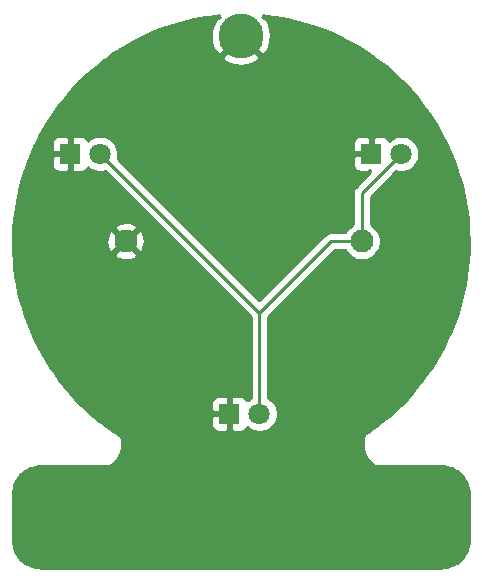
<source format=gbr>
%TF.GenerationSoftware,KiCad,Pcbnew,5.1.9*%
%TF.CreationDate,2021-04-20T19:45:11+02:00*%
%TF.ProjectId,ICanSolder,4943616e-536f-46c6-9465-722e6b696361,rev?*%
%TF.SameCoordinates,Original*%
%TF.FileFunction,Copper,L2,Bot*%
%TF.FilePolarity,Positive*%
%FSLAX46Y46*%
G04 Gerber Fmt 4.6, Leading zero omitted, Abs format (unit mm)*
G04 Created by KiCad (PCBNEW 5.1.9) date 2021-04-20 19:45:11*
%MOMM*%
%LPD*%
G01*
G04 APERTURE LIST*
%TA.AperFunction,ComponentPad*%
%ADD10C,3.800000*%
%TD*%
%TA.AperFunction,ComponentPad*%
%ADD11C,1.800000*%
%TD*%
%TA.AperFunction,ComponentPad*%
%ADD12R,1.800000X1.800000*%
%TD*%
%TA.AperFunction,ComponentPad*%
%ADD13C,1.948180*%
%TD*%
%TA.AperFunction,Conductor*%
%ADD14C,0.250000*%
%TD*%
%TA.AperFunction,Conductor*%
%ADD15C,0.254000*%
%TD*%
%TA.AperFunction,Conductor*%
%ADD16C,0.100000*%
%TD*%
G04 APERTURE END LIST*
D10*
%TO.P,H1,1*%
%TO.N,GND*%
X180962489Y-98000000D03*
%TD*%
D11*
%TO.P,D1,2*%
%TO.N,VCC*%
X169040000Y-108000000D03*
D12*
%TO.P,D1,1*%
%TO.N,GND*%
X166500000Y-108000000D03*
%TD*%
D11*
%TO.P,D3,2*%
%TO.N,VCC*%
X194540000Y-108000000D03*
D12*
%TO.P,D3,1*%
%TO.N,GND*%
X192000000Y-108000000D03*
%TD*%
D11*
%TO.P,D2,2*%
%TO.N,VCC*%
X182540000Y-130000000D03*
D12*
%TO.P,D2,1*%
%TO.N,GND*%
X180000000Y-130000000D03*
%TD*%
D13*
%TO.P,BT1,2*%
%TO.N,GND*%
X171200000Y-115400000D03*
%TO.P,BT1,1*%
%TO.N,VCC*%
X191197420Y-115400000D03*
%TD*%
D14*
%TO.N,VCC*%
X182540000Y-121500000D02*
X169040000Y-108000000D01*
X182540000Y-130000000D02*
X182540000Y-121500000D01*
X182540000Y-121500000D02*
X182540000Y-121460000D01*
X188600000Y-115400000D02*
X191197420Y-115400000D01*
X182540000Y-121460000D02*
X188600000Y-115400000D01*
X191197420Y-111342580D02*
X194540000Y-108000000D01*
X191197420Y-115400000D02*
X191197420Y-111342580D01*
%TD*%
D15*
%TO.N,GND*%
X182935944Y-96285054D02*
X183901653Y-96407837D01*
X184851881Y-96577510D01*
X185784727Y-96792532D01*
X186699616Y-97052435D01*
X187596323Y-97355809D01*
X188472331Y-97700992D01*
X189326644Y-98087702D01*
X190158597Y-98513390D01*
X190966324Y-98977877D01*
X191749165Y-99479902D01*
X192505489Y-100018071D01*
X193234810Y-100590541D01*
X193934835Y-101197315D01*
X194604798Y-101836349D01*
X195243713Y-102506216D01*
X195850092Y-103206427D01*
X196423142Y-103935777D01*
X196961280Y-104691880D01*
X197463065Y-105474831D01*
X197927866Y-106282829D01*
X198353909Y-107114432D01*
X198739910Y-107969127D01*
X199085349Y-108844933D01*
X199388780Y-109740877D01*
X199648497Y-110656139D01*
X199863606Y-111589723D01*
X200033256Y-112539351D01*
X200155918Y-113505132D01*
X200230802Y-114484983D01*
X200255915Y-115481003D01*
X200242924Y-116193933D01*
X200203585Y-116904385D01*
X200138164Y-117609661D01*
X200047952Y-118308454D01*
X199932476Y-119001030D01*
X199792464Y-119686676D01*
X199628193Y-120364303D01*
X199440194Y-121033310D01*
X199228080Y-121694162D01*
X198993550Y-122345912D01*
X198735582Y-122986746D01*
X198455367Y-123618000D01*
X198153692Y-124237699D01*
X197829750Y-124845474D01*
X197484666Y-125441575D01*
X197119144Y-126024210D01*
X196732170Y-126593938D01*
X196325780Y-127150105D01*
X195899826Y-127690718D01*
X195453682Y-128216585D01*
X194989090Y-128726665D01*
X194505425Y-129220806D01*
X194003704Y-129697991D01*
X193484398Y-130158036D01*
X192947128Y-130599502D01*
X192393181Y-131022884D01*
X191821651Y-131427069D01*
X191686893Y-131515332D01*
X191673023Y-131521655D01*
X191630575Y-131552220D01*
X191615073Y-131562373D01*
X191603259Y-131571888D01*
X191563523Y-131600500D01*
X191550825Y-131614120D01*
X191536318Y-131625804D01*
X191504897Y-131663382D01*
X191471509Y-131699193D01*
X191461713Y-131715027D01*
X191449763Y-131729318D01*
X191426280Y-131772298D01*
X191400516Y-131813941D01*
X191393995Y-131831387D01*
X191385066Y-131847730D01*
X191370422Y-131894457D01*
X191365112Y-131908664D01*
X191360357Y-131926574D01*
X191344714Y-131976488D01*
X191343081Y-131991641D01*
X191330552Y-132038828D01*
X191323677Y-132062146D01*
X191321929Y-132071308D01*
X191319533Y-132080331D01*
X191315626Y-132104335D01*
X191297728Y-132198129D01*
X191292176Y-132224395D01*
X191291432Y-132231126D01*
X191290161Y-132237785D01*
X191287736Y-132264547D01*
X191277069Y-132361010D01*
X191273740Y-132385082D01*
X191273373Y-132394433D01*
X191272345Y-132403728D01*
X191272054Y-132428016D01*
X191268291Y-132523874D01*
X191266676Y-132548026D01*
X191266972Y-132557456D01*
X191266602Y-132566888D01*
X191268028Y-132591059D01*
X191270215Y-132660675D01*
X191270049Y-132680714D01*
X191271271Y-132694277D01*
X191271699Y-132707890D01*
X191274289Y-132727764D01*
X191280198Y-132793333D01*
X191281387Y-132814965D01*
X191283215Y-132826812D01*
X191284291Y-132838752D01*
X191288342Y-132860040D01*
X191298040Y-132922894D01*
X191300126Y-132941737D01*
X191303165Y-132956109D01*
X191305407Y-132970637D01*
X191310124Y-132989012D01*
X191323201Y-133050850D01*
X191327014Y-133072493D01*
X191330154Y-133083726D01*
X191332570Y-133095152D01*
X191339208Y-133116119D01*
X191356164Y-133176784D01*
X191360714Y-133196034D01*
X191365206Y-133209134D01*
X191368941Y-133222499D01*
X191376119Y-133240965D01*
X191395993Y-133298933D01*
X191401956Y-133318738D01*
X191406904Y-133330754D01*
X191411114Y-133343034D01*
X191419699Y-133361828D01*
X191442700Y-133417690D01*
X191449350Y-133435956D01*
X191455502Y-133448779D01*
X191460915Y-133461926D01*
X191470040Y-133479084D01*
X191496243Y-133533705D01*
X191504844Y-133553392D01*
X191510767Y-133563980D01*
X191516028Y-133574946D01*
X191527199Y-133593352D01*
X191555956Y-133644756D01*
X191564013Y-133660843D01*
X191572380Y-133674115D01*
X191580031Y-133687791D01*
X191590300Y-133702539D01*
X191620948Y-133751152D01*
X191631149Y-133768811D01*
X191638868Y-133779577D01*
X191645939Y-133790793D01*
X191658467Y-133806912D01*
X191693205Y-133855363D01*
X191704324Y-133872231D01*
X191712791Y-133882681D01*
X191720630Y-133893614D01*
X191733955Y-133908801D01*
X191770795Y-133954267D01*
X191782383Y-133969849D01*
X191791959Y-133980386D01*
X191800928Y-133991456D01*
X191814576Y-134005276D01*
X191853358Y-134047953D01*
X191865769Y-134062810D01*
X191875968Y-134072833D01*
X191885584Y-134083415D01*
X191899943Y-134096395D01*
X191941028Y-134136772D01*
X191954318Y-134150963D01*
X191965008Y-134160339D01*
X191975148Y-134170304D01*
X191990284Y-134182507D01*
X192033387Y-134220311D01*
X192047344Y-134233627D01*
X192058664Y-134242480D01*
X192069468Y-134251956D01*
X192085148Y-134263193D01*
X192135499Y-134302573D01*
X192181438Y-134340274D01*
X192218380Y-134360020D01*
X192253727Y-134382455D01*
X192277730Y-134391743D01*
X192300439Y-134403881D01*
X192340520Y-134416039D01*
X192379568Y-134431149D01*
X192404924Y-134435576D01*
X192429562Y-134443050D01*
X192471243Y-134447155D01*
X192512490Y-134454357D01*
X192571852Y-134452962D01*
X197917547Y-134452962D01*
X198173228Y-134465724D01*
X198404072Y-134500893D01*
X198626113Y-134557629D01*
X198838291Y-134634933D01*
X199040524Y-134732176D01*
X199230862Y-134847396D01*
X199408662Y-134980543D01*
X199572983Y-135129740D01*
X199722374Y-135294255D01*
X199855158Y-135471639D01*
X199970433Y-135662270D01*
X200067880Y-135864927D01*
X200145290Y-136076836D01*
X200201759Y-136298633D01*
X200237004Y-136529779D01*
X200249988Y-136785709D01*
X200249987Y-140695367D01*
X200237004Y-140951056D01*
X200201746Y-141182487D01*
X200145290Y-141404234D01*
X200067880Y-141616143D01*
X199970506Y-141818648D01*
X199855157Y-142009198D01*
X199722372Y-142186788D01*
X199572979Y-142351100D01*
X199408664Y-142500497D01*
X199231078Y-142633279D01*
X199040524Y-142748630D01*
X198838026Y-142846000D01*
X198626109Y-142923412D01*
X198404356Y-142979869D01*
X198172933Y-143015126D01*
X197917250Y-143028108D01*
X164007775Y-143028108D01*
X163752073Y-143015126D01*
X163520683Y-142979871D01*
X163298968Y-142923418D01*
X163087047Y-142845998D01*
X162884392Y-142748571D01*
X162693866Y-142633311D01*
X162516470Y-142500534D01*
X162351978Y-142351089D01*
X162202712Y-142186806D01*
X162069704Y-142009025D01*
X161954391Y-141818671D01*
X161857187Y-141616307D01*
X161779718Y-141404179D01*
X161723200Y-141182428D01*
X161687993Y-140951204D01*
X161675097Y-140695490D01*
X161675097Y-136785565D01*
X161687994Y-136529631D01*
X161723187Y-136298692D01*
X161779718Y-136076891D01*
X161857187Y-135864763D01*
X161954462Y-135662251D01*
X162069702Y-135471813D01*
X162202714Y-135294233D01*
X162351967Y-135129758D01*
X162516469Y-134980508D01*
X162694079Y-134847366D01*
X162884392Y-134732235D01*
X163086789Y-134634933D01*
X163298965Y-134557622D01*
X163520971Y-134500891D01*
X163751784Y-134465724D01*
X164007495Y-134452962D01*
X169610195Y-134452962D01*
X169669732Y-134454328D01*
X169710786Y-134447136D01*
X169752273Y-134443050D01*
X169777095Y-134435520D01*
X169802642Y-134431045D01*
X169841504Y-134415982D01*
X169881396Y-134403881D01*
X169904274Y-134391653D01*
X169928455Y-134382280D01*
X169963630Y-134359926D01*
X170000397Y-134340274D01*
X170046469Y-134302463D01*
X170096381Y-134263381D01*
X170111525Y-134252561D01*
X170122859Y-134242649D01*
X170134704Y-134233374D01*
X170148159Y-134220523D01*
X170191339Y-134182759D01*
X170206901Y-134170207D01*
X170216638Y-134160633D01*
X170226923Y-134151639D01*
X170240615Y-134137060D01*
X170282245Y-134096131D01*
X170296773Y-134082974D01*
X170306218Y-134072561D01*
X170316244Y-134062704D01*
X170328805Y-134047660D01*
X170367679Y-134004804D01*
X170381322Y-133990962D01*
X170390265Y-133979904D01*
X170399823Y-133969366D01*
X170411410Y-133953755D01*
X170447903Y-133908628D01*
X170460960Y-133893756D01*
X170469050Y-133882479D01*
X170477769Y-133871697D01*
X170488639Y-133855173D01*
X170522803Y-133807548D01*
X170534976Y-133791952D01*
X170542396Y-133780236D01*
X170550483Y-133768963D01*
X170560388Y-133751828D01*
X170591667Y-133702440D01*
X170602781Y-133686396D01*
X170609664Y-133674023D01*
X170617231Y-133662075D01*
X170625998Y-133644660D01*
X170654624Y-133593202D01*
X170665047Y-133576102D01*
X170670962Y-133563832D01*
X170677590Y-133551918D01*
X170685567Y-133533538D01*
X170711702Y-133479326D01*
X170721300Y-133461231D01*
X170726305Y-133449038D01*
X170732027Y-133437168D01*
X170739071Y-133417935D01*
X170762273Y-133361404D01*
X170770739Y-133342856D01*
X170775044Y-133330289D01*
X170780082Y-133318014D01*
X170785932Y-133298503D01*
X170805739Y-133240682D01*
X170812940Y-133222124D01*
X170816638Y-133208865D01*
X170821096Y-133195850D01*
X170825668Y-133176486D01*
X170842344Y-133116690D01*
X170848729Y-133096680D01*
X170851378Y-133084294D01*
X170854777Y-133072107D01*
X170858407Y-133051435D01*
X170871719Y-132989196D01*
X170876745Y-132969474D01*
X170878753Y-132956311D01*
X170881536Y-132943298D01*
X170883820Y-132923085D01*
X170893481Y-132859746D01*
X170897383Y-132839337D01*
X170898550Y-132826512D01*
X170900491Y-132813785D01*
X170901596Y-132793033D01*
X170907551Y-132727579D01*
X170910214Y-132706916D01*
X170910599Y-132694075D01*
X170911761Y-132681305D01*
X170911606Y-132660497D01*
X170913787Y-132587807D01*
X170915133Y-132561356D01*
X170914794Y-132554204D01*
X170915009Y-132547049D01*
X170913205Y-132520639D01*
X170907907Y-132408727D01*
X170907042Y-132380725D01*
X170906317Y-132375140D01*
X170906051Y-132369519D01*
X170901994Y-132341829D01*
X170887835Y-132232738D01*
X170881345Y-132172890D01*
X170869048Y-132133744D01*
X170859802Y-132093760D01*
X170848876Y-132069527D01*
X170840907Y-132044159D01*
X170821205Y-132008157D01*
X170804340Y-131970752D01*
X170788894Y-131949113D01*
X170776131Y-131925791D01*
X170749789Y-131894330D01*
X170725946Y-131860928D01*
X170706574Y-131842718D01*
X170689507Y-131822334D01*
X170657524Y-131796609D01*
X170627632Y-131768509D01*
X170576564Y-131736622D01*
X170103110Y-131426969D01*
X169531940Y-131022914D01*
X169371121Y-130900000D01*
X178461928Y-130900000D01*
X178474188Y-131024482D01*
X178510498Y-131144180D01*
X178569463Y-131254494D01*
X178648815Y-131351185D01*
X178745506Y-131430537D01*
X178855820Y-131489502D01*
X178975518Y-131525812D01*
X179100000Y-131538072D01*
X179714250Y-131535000D01*
X179873000Y-131376250D01*
X179873000Y-130127000D01*
X178623750Y-130127000D01*
X178465000Y-130285750D01*
X178461928Y-130900000D01*
X169371121Y-130900000D01*
X168977948Y-130599498D01*
X168440506Y-130157996D01*
X167921221Y-129698015D01*
X167419557Y-129220862D01*
X167301283Y-129100000D01*
X178461928Y-129100000D01*
X178465000Y-129714250D01*
X178623750Y-129873000D01*
X179873000Y-129873000D01*
X179873000Y-128623750D01*
X179714250Y-128465000D01*
X179100000Y-128461928D01*
X178975518Y-128474188D01*
X178855820Y-128510498D01*
X178745506Y-128569463D01*
X178648815Y-128648815D01*
X178569463Y-128745506D01*
X178510498Y-128855820D01*
X178474188Y-128975518D01*
X178461928Y-129100000D01*
X167301283Y-129100000D01*
X166935961Y-128726688D01*
X166471370Y-128216695D01*
X166025596Y-127690722D01*
X165599052Y-127149976D01*
X165192845Y-126593990D01*
X164805905Y-126024202D01*
X164440230Y-125441566D01*
X164095300Y-124845553D01*
X163771419Y-124237706D01*
X163469540Y-123617955D01*
X163189456Y-122986828D01*
X162931548Y-122345956D01*
X162697007Y-121694171D01*
X162484854Y-121033282D01*
X162296798Y-120364351D01*
X162132604Y-119686622D01*
X161992395Y-119001006D01*
X161877132Y-118308479D01*
X161786784Y-117609619D01*
X161721392Y-116904387D01*
X161699896Y-116516935D01*
X170262670Y-116516935D01*
X170355305Y-116778688D01*
X170640505Y-116916989D01*
X170947205Y-116996992D01*
X171263620Y-117015624D01*
X171577590Y-116972169D01*
X171877050Y-116868297D01*
X172044695Y-116778688D01*
X172137330Y-116516935D01*
X171200000Y-115579605D01*
X170262670Y-116516935D01*
X161699896Y-116516935D01*
X161681976Y-116193946D01*
X161669062Y-115481024D01*
X161669500Y-115463620D01*
X169584376Y-115463620D01*
X169627831Y-115777590D01*
X169731703Y-116077050D01*
X169821312Y-116244695D01*
X170083065Y-116337330D01*
X171020395Y-115400000D01*
X171379605Y-115400000D01*
X172316935Y-116337330D01*
X172578688Y-116244695D01*
X172716989Y-115959495D01*
X172796992Y-115652795D01*
X172815624Y-115336380D01*
X172772169Y-115022410D01*
X172668297Y-114722950D01*
X172578688Y-114555305D01*
X172316935Y-114462670D01*
X171379605Y-115400000D01*
X171020395Y-115400000D01*
X170083065Y-114462670D01*
X169821312Y-114555305D01*
X169683011Y-114840505D01*
X169603008Y-115147205D01*
X169584376Y-115463620D01*
X161669500Y-115463620D01*
X161694074Y-114487436D01*
X161709617Y-114283065D01*
X170262670Y-114283065D01*
X171200000Y-115220395D01*
X172137330Y-114283065D01*
X172044695Y-114021312D01*
X171759495Y-113883011D01*
X171452795Y-113803008D01*
X171136380Y-113784376D01*
X170822410Y-113827831D01*
X170522950Y-113931703D01*
X170355305Y-114021312D01*
X170262670Y-114283065D01*
X161709617Y-114283065D01*
X161768443Y-113509606D01*
X161890754Y-112545785D01*
X162059401Y-111597682D01*
X162273920Y-110666328D01*
X162532848Y-109752802D01*
X162820614Y-108900000D01*
X164961928Y-108900000D01*
X164974188Y-109024482D01*
X165010498Y-109144180D01*
X165069463Y-109254494D01*
X165148815Y-109351185D01*
X165245506Y-109430537D01*
X165355820Y-109489502D01*
X165475518Y-109525812D01*
X165600000Y-109538072D01*
X166214250Y-109535000D01*
X166373000Y-109376250D01*
X166373000Y-108127000D01*
X165123750Y-108127000D01*
X164965000Y-108285750D01*
X164961928Y-108900000D01*
X162820614Y-108900000D01*
X162834690Y-108858287D01*
X163178928Y-107983694D01*
X163563626Y-107130485D01*
X163579207Y-107100000D01*
X164961928Y-107100000D01*
X164965000Y-107714250D01*
X165123750Y-107873000D01*
X166373000Y-107873000D01*
X166373000Y-106623750D01*
X166627000Y-106623750D01*
X166627000Y-107873000D01*
X166647000Y-107873000D01*
X166647000Y-108127000D01*
X166627000Y-108127000D01*
X166627000Y-109376250D01*
X166785750Y-109535000D01*
X167400000Y-109538072D01*
X167524482Y-109525812D01*
X167644180Y-109489502D01*
X167754494Y-109430537D01*
X167851185Y-109351185D01*
X167930537Y-109254494D01*
X167989502Y-109144180D01*
X167995056Y-109125873D01*
X168061495Y-109192312D01*
X168312905Y-109360299D01*
X168592257Y-109476011D01*
X168888816Y-109535000D01*
X169191184Y-109535000D01*
X169448930Y-109483731D01*
X181780001Y-121814803D01*
X181780000Y-128661687D01*
X181561495Y-128807688D01*
X181495056Y-128874127D01*
X181489502Y-128855820D01*
X181430537Y-128745506D01*
X181351185Y-128648815D01*
X181254494Y-128569463D01*
X181144180Y-128510498D01*
X181024482Y-128474188D01*
X180900000Y-128461928D01*
X180285750Y-128465000D01*
X180127000Y-128623750D01*
X180127000Y-129873000D01*
X180147000Y-129873000D01*
X180147000Y-130127000D01*
X180127000Y-130127000D01*
X180127000Y-131376250D01*
X180285750Y-131535000D01*
X180900000Y-131538072D01*
X181024482Y-131525812D01*
X181144180Y-131489502D01*
X181254494Y-131430537D01*
X181351185Y-131351185D01*
X181430537Y-131254494D01*
X181489502Y-131144180D01*
X181495056Y-131125873D01*
X181561495Y-131192312D01*
X181812905Y-131360299D01*
X182092257Y-131476011D01*
X182388816Y-131535000D01*
X182691184Y-131535000D01*
X182987743Y-131476011D01*
X183267095Y-131360299D01*
X183518505Y-131192312D01*
X183732312Y-130978505D01*
X183900299Y-130727095D01*
X184016011Y-130447743D01*
X184075000Y-130151184D01*
X184075000Y-129848816D01*
X184016011Y-129552257D01*
X183900299Y-129272905D01*
X183732312Y-129021495D01*
X183518505Y-128807688D01*
X183300000Y-128661687D01*
X183300000Y-121774801D01*
X188914802Y-116160000D01*
X189770556Y-116160000D01*
X189771463Y-116162190D01*
X189947558Y-116425735D01*
X190171685Y-116649862D01*
X190435230Y-116825957D01*
X190728066Y-116947254D01*
X191038938Y-117009090D01*
X191355902Y-117009090D01*
X191666774Y-116947254D01*
X191959610Y-116825957D01*
X192223155Y-116649862D01*
X192447282Y-116425735D01*
X192623377Y-116162190D01*
X192744674Y-115869354D01*
X192806510Y-115558482D01*
X192806510Y-115241518D01*
X192744674Y-114930646D01*
X192623377Y-114637810D01*
X192447282Y-114374265D01*
X192223155Y-114150138D01*
X191959610Y-113974043D01*
X191957420Y-113973136D01*
X191957420Y-111657381D01*
X194131070Y-109483731D01*
X194388816Y-109535000D01*
X194691184Y-109535000D01*
X194987743Y-109476011D01*
X195267095Y-109360299D01*
X195518505Y-109192312D01*
X195732312Y-108978505D01*
X195900299Y-108727095D01*
X196016011Y-108447743D01*
X196075000Y-108151184D01*
X196075000Y-107848816D01*
X196016011Y-107552257D01*
X195900299Y-107272905D01*
X195732312Y-107021495D01*
X195518505Y-106807688D01*
X195267095Y-106639701D01*
X194987743Y-106523989D01*
X194691184Y-106465000D01*
X194388816Y-106465000D01*
X194092257Y-106523989D01*
X193812905Y-106639701D01*
X193561495Y-106807688D01*
X193495056Y-106874127D01*
X193489502Y-106855820D01*
X193430537Y-106745506D01*
X193351185Y-106648815D01*
X193254494Y-106569463D01*
X193144180Y-106510498D01*
X193024482Y-106474188D01*
X192900000Y-106461928D01*
X192285750Y-106465000D01*
X192127000Y-106623750D01*
X192127000Y-107873000D01*
X192147000Y-107873000D01*
X192147000Y-108127000D01*
X192127000Y-108127000D01*
X192127000Y-108147000D01*
X191873000Y-108147000D01*
X191873000Y-108127000D01*
X190623750Y-108127000D01*
X190465000Y-108285750D01*
X190461928Y-108900000D01*
X190474188Y-109024482D01*
X190510498Y-109144180D01*
X190569463Y-109254494D01*
X190648815Y-109351185D01*
X190745506Y-109430537D01*
X190855820Y-109489502D01*
X190975518Y-109525812D01*
X191100000Y-109538072D01*
X191714250Y-109535000D01*
X191872998Y-109376252D01*
X191872998Y-109535000D01*
X191930199Y-109535000D01*
X190686418Y-110778781D01*
X190657420Y-110802579D01*
X190633622Y-110831577D01*
X190633621Y-110831578D01*
X190562446Y-110918304D01*
X190491874Y-111050334D01*
X190479825Y-111090056D01*
X190448418Y-111193594D01*
X190446770Y-111210324D01*
X190433744Y-111342580D01*
X190437421Y-111379912D01*
X190437420Y-113973136D01*
X190435230Y-113974043D01*
X190171685Y-114150138D01*
X189947558Y-114374265D01*
X189771463Y-114637810D01*
X189770556Y-114640000D01*
X188637322Y-114640000D01*
X188599999Y-114636324D01*
X188562676Y-114640000D01*
X188562667Y-114640000D01*
X188451014Y-114650997D01*
X188307753Y-114694454D01*
X188175724Y-114765026D01*
X188059999Y-114859999D01*
X188036201Y-114888997D01*
X182520000Y-120405198D01*
X170523731Y-108408930D01*
X170575000Y-108151184D01*
X170575000Y-107848816D01*
X170516011Y-107552257D01*
X170400299Y-107272905D01*
X170284768Y-107100000D01*
X190461928Y-107100000D01*
X190465000Y-107714250D01*
X190623750Y-107873000D01*
X191873000Y-107873000D01*
X191873000Y-106623750D01*
X191714250Y-106465000D01*
X191100000Y-106461928D01*
X190975518Y-106474188D01*
X190855820Y-106510498D01*
X190745506Y-106569463D01*
X190648815Y-106648815D01*
X190569463Y-106745506D01*
X190510498Y-106855820D01*
X190474188Y-106975518D01*
X190461928Y-107100000D01*
X170284768Y-107100000D01*
X170232312Y-107021495D01*
X170018505Y-106807688D01*
X169767095Y-106639701D01*
X169487743Y-106523989D01*
X169191184Y-106465000D01*
X168888816Y-106465000D01*
X168592257Y-106523989D01*
X168312905Y-106639701D01*
X168061495Y-106807688D01*
X167995056Y-106874127D01*
X167989502Y-106855820D01*
X167930537Y-106745506D01*
X167851185Y-106648815D01*
X167754494Y-106569463D01*
X167644180Y-106510498D01*
X167524482Y-106474188D01*
X167400000Y-106461928D01*
X166785750Y-106465000D01*
X166627000Y-106623750D01*
X166373000Y-106623750D01*
X166214250Y-106465000D01*
X165600000Y-106461928D01*
X165475518Y-106474188D01*
X165355820Y-106510498D01*
X165245506Y-106569463D01*
X165148815Y-106648815D01*
X165069463Y-106745506D01*
X165010498Y-106855820D01*
X164974188Y-106975518D01*
X164961928Y-107100000D01*
X163579207Y-107100000D01*
X163988283Y-106299642D01*
X164450823Y-105492796D01*
X164950894Y-104711275D01*
X165487002Y-103955010D01*
X166057420Y-103226888D01*
X166661822Y-102527174D01*
X167298683Y-101857375D01*
X167966636Y-101218869D01*
X168664461Y-100611899D01*
X169391101Y-100038978D01*
X169758969Y-99776349D01*
X179365745Y-99776349D01*
X179569851Y-100132867D01*
X180012712Y-100363575D01*
X180492072Y-100503452D01*
X180989510Y-100547123D01*
X181485911Y-100492909D01*
X181962196Y-100342894D01*
X182355127Y-100132867D01*
X182559233Y-99776349D01*
X180962489Y-98179605D01*
X179365745Y-99776349D01*
X169758969Y-99776349D01*
X170144744Y-99500936D01*
X170925345Y-98998338D01*
X171730642Y-98532820D01*
X172559972Y-98106181D01*
X173411755Y-97718463D01*
X174285269Y-97371749D01*
X175178874Y-97066900D01*
X176091747Y-96805008D01*
X177022277Y-96587968D01*
X177969927Y-96415801D01*
X178933095Y-96290541D01*
X179082241Y-96278740D01*
X179071931Y-96289050D01*
X179186138Y-96403257D01*
X178829622Y-96607362D01*
X178598914Y-97050223D01*
X178459037Y-97529583D01*
X178415366Y-98027021D01*
X178469580Y-98523422D01*
X178619595Y-98999707D01*
X178829622Y-99392638D01*
X179186140Y-99596744D01*
X180782884Y-98000000D01*
X180768742Y-97985858D01*
X180948347Y-97806253D01*
X180962489Y-97820395D01*
X180976632Y-97806253D01*
X181156237Y-97985858D01*
X181142094Y-98000000D01*
X182738838Y-99596744D01*
X183095356Y-99392638D01*
X183326064Y-98949777D01*
X183465941Y-98470417D01*
X183509612Y-97972979D01*
X183455398Y-97476578D01*
X183305383Y-97000293D01*
X183095356Y-96607362D01*
X182738840Y-96403257D01*
X182853047Y-96289050D01*
X182841866Y-96277869D01*
X182935944Y-96285054D01*
%TA.AperFunction,Conductor*%
D16*
G36*
X182935944Y-96285054D02*
G01*
X183901653Y-96407837D01*
X184851881Y-96577510D01*
X185784727Y-96792532D01*
X186699616Y-97052435D01*
X187596323Y-97355809D01*
X188472331Y-97700992D01*
X189326644Y-98087702D01*
X190158597Y-98513390D01*
X190966324Y-98977877D01*
X191749165Y-99479902D01*
X192505489Y-100018071D01*
X193234810Y-100590541D01*
X193934835Y-101197315D01*
X194604798Y-101836349D01*
X195243713Y-102506216D01*
X195850092Y-103206427D01*
X196423142Y-103935777D01*
X196961280Y-104691880D01*
X197463065Y-105474831D01*
X197927866Y-106282829D01*
X198353909Y-107114432D01*
X198739910Y-107969127D01*
X199085349Y-108844933D01*
X199388780Y-109740877D01*
X199648497Y-110656139D01*
X199863606Y-111589723D01*
X200033256Y-112539351D01*
X200155918Y-113505132D01*
X200230802Y-114484983D01*
X200255915Y-115481003D01*
X200242924Y-116193933D01*
X200203585Y-116904385D01*
X200138164Y-117609661D01*
X200047952Y-118308454D01*
X199932476Y-119001030D01*
X199792464Y-119686676D01*
X199628193Y-120364303D01*
X199440194Y-121033310D01*
X199228080Y-121694162D01*
X198993550Y-122345912D01*
X198735582Y-122986746D01*
X198455367Y-123618000D01*
X198153692Y-124237699D01*
X197829750Y-124845474D01*
X197484666Y-125441575D01*
X197119144Y-126024210D01*
X196732170Y-126593938D01*
X196325780Y-127150105D01*
X195899826Y-127690718D01*
X195453682Y-128216585D01*
X194989090Y-128726665D01*
X194505425Y-129220806D01*
X194003704Y-129697991D01*
X193484398Y-130158036D01*
X192947128Y-130599502D01*
X192393181Y-131022884D01*
X191821651Y-131427069D01*
X191686893Y-131515332D01*
X191673023Y-131521655D01*
X191630575Y-131552220D01*
X191615073Y-131562373D01*
X191603259Y-131571888D01*
X191563523Y-131600500D01*
X191550825Y-131614120D01*
X191536318Y-131625804D01*
X191504897Y-131663382D01*
X191471509Y-131699193D01*
X191461713Y-131715027D01*
X191449763Y-131729318D01*
X191426280Y-131772298D01*
X191400516Y-131813941D01*
X191393995Y-131831387D01*
X191385066Y-131847730D01*
X191370422Y-131894457D01*
X191365112Y-131908664D01*
X191360357Y-131926574D01*
X191344714Y-131976488D01*
X191343081Y-131991641D01*
X191330552Y-132038828D01*
X191323677Y-132062146D01*
X191321929Y-132071308D01*
X191319533Y-132080331D01*
X191315626Y-132104335D01*
X191297728Y-132198129D01*
X191292176Y-132224395D01*
X191291432Y-132231126D01*
X191290161Y-132237785D01*
X191287736Y-132264547D01*
X191277069Y-132361010D01*
X191273740Y-132385082D01*
X191273373Y-132394433D01*
X191272345Y-132403728D01*
X191272054Y-132428016D01*
X191268291Y-132523874D01*
X191266676Y-132548026D01*
X191266972Y-132557456D01*
X191266602Y-132566888D01*
X191268028Y-132591059D01*
X191270215Y-132660675D01*
X191270049Y-132680714D01*
X191271271Y-132694277D01*
X191271699Y-132707890D01*
X191274289Y-132727764D01*
X191280198Y-132793333D01*
X191281387Y-132814965D01*
X191283215Y-132826812D01*
X191284291Y-132838752D01*
X191288342Y-132860040D01*
X191298040Y-132922894D01*
X191300126Y-132941737D01*
X191303165Y-132956109D01*
X191305407Y-132970637D01*
X191310124Y-132989012D01*
X191323201Y-133050850D01*
X191327014Y-133072493D01*
X191330154Y-133083726D01*
X191332570Y-133095152D01*
X191339208Y-133116119D01*
X191356164Y-133176784D01*
X191360714Y-133196034D01*
X191365206Y-133209134D01*
X191368941Y-133222499D01*
X191376119Y-133240965D01*
X191395993Y-133298933D01*
X191401956Y-133318738D01*
X191406904Y-133330754D01*
X191411114Y-133343034D01*
X191419699Y-133361828D01*
X191442700Y-133417690D01*
X191449350Y-133435956D01*
X191455502Y-133448779D01*
X191460915Y-133461926D01*
X191470040Y-133479084D01*
X191496243Y-133533705D01*
X191504844Y-133553392D01*
X191510767Y-133563980D01*
X191516028Y-133574946D01*
X191527199Y-133593352D01*
X191555956Y-133644756D01*
X191564013Y-133660843D01*
X191572380Y-133674115D01*
X191580031Y-133687791D01*
X191590300Y-133702539D01*
X191620948Y-133751152D01*
X191631149Y-133768811D01*
X191638868Y-133779577D01*
X191645939Y-133790793D01*
X191658467Y-133806912D01*
X191693205Y-133855363D01*
X191704324Y-133872231D01*
X191712791Y-133882681D01*
X191720630Y-133893614D01*
X191733955Y-133908801D01*
X191770795Y-133954267D01*
X191782383Y-133969849D01*
X191791959Y-133980386D01*
X191800928Y-133991456D01*
X191814576Y-134005276D01*
X191853358Y-134047953D01*
X191865769Y-134062810D01*
X191875968Y-134072833D01*
X191885584Y-134083415D01*
X191899943Y-134096395D01*
X191941028Y-134136772D01*
X191954318Y-134150963D01*
X191965008Y-134160339D01*
X191975148Y-134170304D01*
X191990284Y-134182507D01*
X192033387Y-134220311D01*
X192047344Y-134233627D01*
X192058664Y-134242480D01*
X192069468Y-134251956D01*
X192085148Y-134263193D01*
X192135499Y-134302573D01*
X192181438Y-134340274D01*
X192218380Y-134360020D01*
X192253727Y-134382455D01*
X192277730Y-134391743D01*
X192300439Y-134403881D01*
X192340520Y-134416039D01*
X192379568Y-134431149D01*
X192404924Y-134435576D01*
X192429562Y-134443050D01*
X192471243Y-134447155D01*
X192512490Y-134454357D01*
X192571852Y-134452962D01*
X197917547Y-134452962D01*
X198173228Y-134465724D01*
X198404072Y-134500893D01*
X198626113Y-134557629D01*
X198838291Y-134634933D01*
X199040524Y-134732176D01*
X199230862Y-134847396D01*
X199408662Y-134980543D01*
X199572983Y-135129740D01*
X199722374Y-135294255D01*
X199855158Y-135471639D01*
X199970433Y-135662270D01*
X200067880Y-135864927D01*
X200145290Y-136076836D01*
X200201759Y-136298633D01*
X200237004Y-136529779D01*
X200249988Y-136785709D01*
X200249987Y-140695367D01*
X200237004Y-140951056D01*
X200201746Y-141182487D01*
X200145290Y-141404234D01*
X200067880Y-141616143D01*
X199970506Y-141818648D01*
X199855157Y-142009198D01*
X199722372Y-142186788D01*
X199572979Y-142351100D01*
X199408664Y-142500497D01*
X199231078Y-142633279D01*
X199040524Y-142748630D01*
X198838026Y-142846000D01*
X198626109Y-142923412D01*
X198404356Y-142979869D01*
X198172933Y-143015126D01*
X197917250Y-143028108D01*
X164007775Y-143028108D01*
X163752073Y-143015126D01*
X163520683Y-142979871D01*
X163298968Y-142923418D01*
X163087047Y-142845998D01*
X162884392Y-142748571D01*
X162693866Y-142633311D01*
X162516470Y-142500534D01*
X162351978Y-142351089D01*
X162202712Y-142186806D01*
X162069704Y-142009025D01*
X161954391Y-141818671D01*
X161857187Y-141616307D01*
X161779718Y-141404179D01*
X161723200Y-141182428D01*
X161687993Y-140951204D01*
X161675097Y-140695490D01*
X161675097Y-136785565D01*
X161687994Y-136529631D01*
X161723187Y-136298692D01*
X161779718Y-136076891D01*
X161857187Y-135864763D01*
X161954462Y-135662251D01*
X162069702Y-135471813D01*
X162202714Y-135294233D01*
X162351967Y-135129758D01*
X162516469Y-134980508D01*
X162694079Y-134847366D01*
X162884392Y-134732235D01*
X163086789Y-134634933D01*
X163298965Y-134557622D01*
X163520971Y-134500891D01*
X163751784Y-134465724D01*
X164007495Y-134452962D01*
X169610195Y-134452962D01*
X169669732Y-134454328D01*
X169710786Y-134447136D01*
X169752273Y-134443050D01*
X169777095Y-134435520D01*
X169802642Y-134431045D01*
X169841504Y-134415982D01*
X169881396Y-134403881D01*
X169904274Y-134391653D01*
X169928455Y-134382280D01*
X169963630Y-134359926D01*
X170000397Y-134340274D01*
X170046469Y-134302463D01*
X170096381Y-134263381D01*
X170111525Y-134252561D01*
X170122859Y-134242649D01*
X170134704Y-134233374D01*
X170148159Y-134220523D01*
X170191339Y-134182759D01*
X170206901Y-134170207D01*
X170216638Y-134160633D01*
X170226923Y-134151639D01*
X170240615Y-134137060D01*
X170282245Y-134096131D01*
X170296773Y-134082974D01*
X170306218Y-134072561D01*
X170316244Y-134062704D01*
X170328805Y-134047660D01*
X170367679Y-134004804D01*
X170381322Y-133990962D01*
X170390265Y-133979904D01*
X170399823Y-133969366D01*
X170411410Y-133953755D01*
X170447903Y-133908628D01*
X170460960Y-133893756D01*
X170469050Y-133882479D01*
X170477769Y-133871697D01*
X170488639Y-133855173D01*
X170522803Y-133807548D01*
X170534976Y-133791952D01*
X170542396Y-133780236D01*
X170550483Y-133768963D01*
X170560388Y-133751828D01*
X170591667Y-133702440D01*
X170602781Y-133686396D01*
X170609664Y-133674023D01*
X170617231Y-133662075D01*
X170625998Y-133644660D01*
X170654624Y-133593202D01*
X170665047Y-133576102D01*
X170670962Y-133563832D01*
X170677590Y-133551918D01*
X170685567Y-133533538D01*
X170711702Y-133479326D01*
X170721300Y-133461231D01*
X170726305Y-133449038D01*
X170732027Y-133437168D01*
X170739071Y-133417935D01*
X170762273Y-133361404D01*
X170770739Y-133342856D01*
X170775044Y-133330289D01*
X170780082Y-133318014D01*
X170785932Y-133298503D01*
X170805739Y-133240682D01*
X170812940Y-133222124D01*
X170816638Y-133208865D01*
X170821096Y-133195850D01*
X170825668Y-133176486D01*
X170842344Y-133116690D01*
X170848729Y-133096680D01*
X170851378Y-133084294D01*
X170854777Y-133072107D01*
X170858407Y-133051435D01*
X170871719Y-132989196D01*
X170876745Y-132969474D01*
X170878753Y-132956311D01*
X170881536Y-132943298D01*
X170883820Y-132923085D01*
X170893481Y-132859746D01*
X170897383Y-132839337D01*
X170898550Y-132826512D01*
X170900491Y-132813785D01*
X170901596Y-132793033D01*
X170907551Y-132727579D01*
X170910214Y-132706916D01*
X170910599Y-132694075D01*
X170911761Y-132681305D01*
X170911606Y-132660497D01*
X170913787Y-132587807D01*
X170915133Y-132561356D01*
X170914794Y-132554204D01*
X170915009Y-132547049D01*
X170913205Y-132520639D01*
X170907907Y-132408727D01*
X170907042Y-132380725D01*
X170906317Y-132375140D01*
X170906051Y-132369519D01*
X170901994Y-132341829D01*
X170887835Y-132232738D01*
X170881345Y-132172890D01*
X170869048Y-132133744D01*
X170859802Y-132093760D01*
X170848876Y-132069527D01*
X170840907Y-132044159D01*
X170821205Y-132008157D01*
X170804340Y-131970752D01*
X170788894Y-131949113D01*
X170776131Y-131925791D01*
X170749789Y-131894330D01*
X170725946Y-131860928D01*
X170706574Y-131842718D01*
X170689507Y-131822334D01*
X170657524Y-131796609D01*
X170627632Y-131768509D01*
X170576564Y-131736622D01*
X170103110Y-131426969D01*
X169531940Y-131022914D01*
X169371121Y-130900000D01*
X178461928Y-130900000D01*
X178474188Y-131024482D01*
X178510498Y-131144180D01*
X178569463Y-131254494D01*
X178648815Y-131351185D01*
X178745506Y-131430537D01*
X178855820Y-131489502D01*
X178975518Y-131525812D01*
X179100000Y-131538072D01*
X179714250Y-131535000D01*
X179873000Y-131376250D01*
X179873000Y-130127000D01*
X178623750Y-130127000D01*
X178465000Y-130285750D01*
X178461928Y-130900000D01*
X169371121Y-130900000D01*
X168977948Y-130599498D01*
X168440506Y-130157996D01*
X167921221Y-129698015D01*
X167419557Y-129220862D01*
X167301283Y-129100000D01*
X178461928Y-129100000D01*
X178465000Y-129714250D01*
X178623750Y-129873000D01*
X179873000Y-129873000D01*
X179873000Y-128623750D01*
X179714250Y-128465000D01*
X179100000Y-128461928D01*
X178975518Y-128474188D01*
X178855820Y-128510498D01*
X178745506Y-128569463D01*
X178648815Y-128648815D01*
X178569463Y-128745506D01*
X178510498Y-128855820D01*
X178474188Y-128975518D01*
X178461928Y-129100000D01*
X167301283Y-129100000D01*
X166935961Y-128726688D01*
X166471370Y-128216695D01*
X166025596Y-127690722D01*
X165599052Y-127149976D01*
X165192845Y-126593990D01*
X164805905Y-126024202D01*
X164440230Y-125441566D01*
X164095300Y-124845553D01*
X163771419Y-124237706D01*
X163469540Y-123617955D01*
X163189456Y-122986828D01*
X162931548Y-122345956D01*
X162697007Y-121694171D01*
X162484854Y-121033282D01*
X162296798Y-120364351D01*
X162132604Y-119686622D01*
X161992395Y-119001006D01*
X161877132Y-118308479D01*
X161786784Y-117609619D01*
X161721392Y-116904387D01*
X161699896Y-116516935D01*
X170262670Y-116516935D01*
X170355305Y-116778688D01*
X170640505Y-116916989D01*
X170947205Y-116996992D01*
X171263620Y-117015624D01*
X171577590Y-116972169D01*
X171877050Y-116868297D01*
X172044695Y-116778688D01*
X172137330Y-116516935D01*
X171200000Y-115579605D01*
X170262670Y-116516935D01*
X161699896Y-116516935D01*
X161681976Y-116193946D01*
X161669062Y-115481024D01*
X161669500Y-115463620D01*
X169584376Y-115463620D01*
X169627831Y-115777590D01*
X169731703Y-116077050D01*
X169821312Y-116244695D01*
X170083065Y-116337330D01*
X171020395Y-115400000D01*
X171379605Y-115400000D01*
X172316935Y-116337330D01*
X172578688Y-116244695D01*
X172716989Y-115959495D01*
X172796992Y-115652795D01*
X172815624Y-115336380D01*
X172772169Y-115022410D01*
X172668297Y-114722950D01*
X172578688Y-114555305D01*
X172316935Y-114462670D01*
X171379605Y-115400000D01*
X171020395Y-115400000D01*
X170083065Y-114462670D01*
X169821312Y-114555305D01*
X169683011Y-114840505D01*
X169603008Y-115147205D01*
X169584376Y-115463620D01*
X161669500Y-115463620D01*
X161694074Y-114487436D01*
X161709617Y-114283065D01*
X170262670Y-114283065D01*
X171200000Y-115220395D01*
X172137330Y-114283065D01*
X172044695Y-114021312D01*
X171759495Y-113883011D01*
X171452795Y-113803008D01*
X171136380Y-113784376D01*
X170822410Y-113827831D01*
X170522950Y-113931703D01*
X170355305Y-114021312D01*
X170262670Y-114283065D01*
X161709617Y-114283065D01*
X161768443Y-113509606D01*
X161890754Y-112545785D01*
X162059401Y-111597682D01*
X162273920Y-110666328D01*
X162532848Y-109752802D01*
X162820614Y-108900000D01*
X164961928Y-108900000D01*
X164974188Y-109024482D01*
X165010498Y-109144180D01*
X165069463Y-109254494D01*
X165148815Y-109351185D01*
X165245506Y-109430537D01*
X165355820Y-109489502D01*
X165475518Y-109525812D01*
X165600000Y-109538072D01*
X166214250Y-109535000D01*
X166373000Y-109376250D01*
X166373000Y-108127000D01*
X165123750Y-108127000D01*
X164965000Y-108285750D01*
X164961928Y-108900000D01*
X162820614Y-108900000D01*
X162834690Y-108858287D01*
X163178928Y-107983694D01*
X163563626Y-107130485D01*
X163579207Y-107100000D01*
X164961928Y-107100000D01*
X164965000Y-107714250D01*
X165123750Y-107873000D01*
X166373000Y-107873000D01*
X166373000Y-106623750D01*
X166627000Y-106623750D01*
X166627000Y-107873000D01*
X166647000Y-107873000D01*
X166647000Y-108127000D01*
X166627000Y-108127000D01*
X166627000Y-109376250D01*
X166785750Y-109535000D01*
X167400000Y-109538072D01*
X167524482Y-109525812D01*
X167644180Y-109489502D01*
X167754494Y-109430537D01*
X167851185Y-109351185D01*
X167930537Y-109254494D01*
X167989502Y-109144180D01*
X167995056Y-109125873D01*
X168061495Y-109192312D01*
X168312905Y-109360299D01*
X168592257Y-109476011D01*
X168888816Y-109535000D01*
X169191184Y-109535000D01*
X169448930Y-109483731D01*
X181780001Y-121814803D01*
X181780000Y-128661687D01*
X181561495Y-128807688D01*
X181495056Y-128874127D01*
X181489502Y-128855820D01*
X181430537Y-128745506D01*
X181351185Y-128648815D01*
X181254494Y-128569463D01*
X181144180Y-128510498D01*
X181024482Y-128474188D01*
X180900000Y-128461928D01*
X180285750Y-128465000D01*
X180127000Y-128623750D01*
X180127000Y-129873000D01*
X180147000Y-129873000D01*
X180147000Y-130127000D01*
X180127000Y-130127000D01*
X180127000Y-131376250D01*
X180285750Y-131535000D01*
X180900000Y-131538072D01*
X181024482Y-131525812D01*
X181144180Y-131489502D01*
X181254494Y-131430537D01*
X181351185Y-131351185D01*
X181430537Y-131254494D01*
X181489502Y-131144180D01*
X181495056Y-131125873D01*
X181561495Y-131192312D01*
X181812905Y-131360299D01*
X182092257Y-131476011D01*
X182388816Y-131535000D01*
X182691184Y-131535000D01*
X182987743Y-131476011D01*
X183267095Y-131360299D01*
X183518505Y-131192312D01*
X183732312Y-130978505D01*
X183900299Y-130727095D01*
X184016011Y-130447743D01*
X184075000Y-130151184D01*
X184075000Y-129848816D01*
X184016011Y-129552257D01*
X183900299Y-129272905D01*
X183732312Y-129021495D01*
X183518505Y-128807688D01*
X183300000Y-128661687D01*
X183300000Y-121774801D01*
X188914802Y-116160000D01*
X189770556Y-116160000D01*
X189771463Y-116162190D01*
X189947558Y-116425735D01*
X190171685Y-116649862D01*
X190435230Y-116825957D01*
X190728066Y-116947254D01*
X191038938Y-117009090D01*
X191355902Y-117009090D01*
X191666774Y-116947254D01*
X191959610Y-116825957D01*
X192223155Y-116649862D01*
X192447282Y-116425735D01*
X192623377Y-116162190D01*
X192744674Y-115869354D01*
X192806510Y-115558482D01*
X192806510Y-115241518D01*
X192744674Y-114930646D01*
X192623377Y-114637810D01*
X192447282Y-114374265D01*
X192223155Y-114150138D01*
X191959610Y-113974043D01*
X191957420Y-113973136D01*
X191957420Y-111657381D01*
X194131070Y-109483731D01*
X194388816Y-109535000D01*
X194691184Y-109535000D01*
X194987743Y-109476011D01*
X195267095Y-109360299D01*
X195518505Y-109192312D01*
X195732312Y-108978505D01*
X195900299Y-108727095D01*
X196016011Y-108447743D01*
X196075000Y-108151184D01*
X196075000Y-107848816D01*
X196016011Y-107552257D01*
X195900299Y-107272905D01*
X195732312Y-107021495D01*
X195518505Y-106807688D01*
X195267095Y-106639701D01*
X194987743Y-106523989D01*
X194691184Y-106465000D01*
X194388816Y-106465000D01*
X194092257Y-106523989D01*
X193812905Y-106639701D01*
X193561495Y-106807688D01*
X193495056Y-106874127D01*
X193489502Y-106855820D01*
X193430537Y-106745506D01*
X193351185Y-106648815D01*
X193254494Y-106569463D01*
X193144180Y-106510498D01*
X193024482Y-106474188D01*
X192900000Y-106461928D01*
X192285750Y-106465000D01*
X192127000Y-106623750D01*
X192127000Y-107873000D01*
X192147000Y-107873000D01*
X192147000Y-108127000D01*
X192127000Y-108127000D01*
X192127000Y-108147000D01*
X191873000Y-108147000D01*
X191873000Y-108127000D01*
X190623750Y-108127000D01*
X190465000Y-108285750D01*
X190461928Y-108900000D01*
X190474188Y-109024482D01*
X190510498Y-109144180D01*
X190569463Y-109254494D01*
X190648815Y-109351185D01*
X190745506Y-109430537D01*
X190855820Y-109489502D01*
X190975518Y-109525812D01*
X191100000Y-109538072D01*
X191714250Y-109535000D01*
X191872998Y-109376252D01*
X191872998Y-109535000D01*
X191930199Y-109535000D01*
X190686418Y-110778781D01*
X190657420Y-110802579D01*
X190633622Y-110831577D01*
X190633621Y-110831578D01*
X190562446Y-110918304D01*
X190491874Y-111050334D01*
X190479825Y-111090056D01*
X190448418Y-111193594D01*
X190446770Y-111210324D01*
X190433744Y-111342580D01*
X190437421Y-111379912D01*
X190437420Y-113973136D01*
X190435230Y-113974043D01*
X190171685Y-114150138D01*
X189947558Y-114374265D01*
X189771463Y-114637810D01*
X189770556Y-114640000D01*
X188637322Y-114640000D01*
X188599999Y-114636324D01*
X188562676Y-114640000D01*
X188562667Y-114640000D01*
X188451014Y-114650997D01*
X188307753Y-114694454D01*
X188175724Y-114765026D01*
X188059999Y-114859999D01*
X188036201Y-114888997D01*
X182520000Y-120405198D01*
X170523731Y-108408930D01*
X170575000Y-108151184D01*
X170575000Y-107848816D01*
X170516011Y-107552257D01*
X170400299Y-107272905D01*
X170284768Y-107100000D01*
X190461928Y-107100000D01*
X190465000Y-107714250D01*
X190623750Y-107873000D01*
X191873000Y-107873000D01*
X191873000Y-106623750D01*
X191714250Y-106465000D01*
X191100000Y-106461928D01*
X190975518Y-106474188D01*
X190855820Y-106510498D01*
X190745506Y-106569463D01*
X190648815Y-106648815D01*
X190569463Y-106745506D01*
X190510498Y-106855820D01*
X190474188Y-106975518D01*
X190461928Y-107100000D01*
X170284768Y-107100000D01*
X170232312Y-107021495D01*
X170018505Y-106807688D01*
X169767095Y-106639701D01*
X169487743Y-106523989D01*
X169191184Y-106465000D01*
X168888816Y-106465000D01*
X168592257Y-106523989D01*
X168312905Y-106639701D01*
X168061495Y-106807688D01*
X167995056Y-106874127D01*
X167989502Y-106855820D01*
X167930537Y-106745506D01*
X167851185Y-106648815D01*
X167754494Y-106569463D01*
X167644180Y-106510498D01*
X167524482Y-106474188D01*
X167400000Y-106461928D01*
X166785750Y-106465000D01*
X166627000Y-106623750D01*
X166373000Y-106623750D01*
X166214250Y-106465000D01*
X165600000Y-106461928D01*
X165475518Y-106474188D01*
X165355820Y-106510498D01*
X165245506Y-106569463D01*
X165148815Y-106648815D01*
X165069463Y-106745506D01*
X165010498Y-106855820D01*
X164974188Y-106975518D01*
X164961928Y-107100000D01*
X163579207Y-107100000D01*
X163988283Y-106299642D01*
X164450823Y-105492796D01*
X164950894Y-104711275D01*
X165487002Y-103955010D01*
X166057420Y-103226888D01*
X166661822Y-102527174D01*
X167298683Y-101857375D01*
X167966636Y-101218869D01*
X168664461Y-100611899D01*
X169391101Y-100038978D01*
X169758969Y-99776349D01*
X179365745Y-99776349D01*
X179569851Y-100132867D01*
X180012712Y-100363575D01*
X180492072Y-100503452D01*
X180989510Y-100547123D01*
X181485911Y-100492909D01*
X181962196Y-100342894D01*
X182355127Y-100132867D01*
X182559233Y-99776349D01*
X180962489Y-98179605D01*
X179365745Y-99776349D01*
X169758969Y-99776349D01*
X170144744Y-99500936D01*
X170925345Y-98998338D01*
X171730642Y-98532820D01*
X172559972Y-98106181D01*
X173411755Y-97718463D01*
X174285269Y-97371749D01*
X175178874Y-97066900D01*
X176091747Y-96805008D01*
X177022277Y-96587968D01*
X177969927Y-96415801D01*
X178933095Y-96290541D01*
X179082241Y-96278740D01*
X179071931Y-96289050D01*
X179186138Y-96403257D01*
X178829622Y-96607362D01*
X178598914Y-97050223D01*
X178459037Y-97529583D01*
X178415366Y-98027021D01*
X178469580Y-98523422D01*
X178619595Y-98999707D01*
X178829622Y-99392638D01*
X179186140Y-99596744D01*
X180782884Y-98000000D01*
X180768742Y-97985858D01*
X180948347Y-97806253D01*
X180962489Y-97820395D01*
X180976632Y-97806253D01*
X181156237Y-97985858D01*
X181142094Y-98000000D01*
X182738838Y-99596744D01*
X183095356Y-99392638D01*
X183326064Y-98949777D01*
X183465941Y-98470417D01*
X183509612Y-97972979D01*
X183455398Y-97476578D01*
X183305383Y-97000293D01*
X183095356Y-96607362D01*
X182738840Y-96403257D01*
X182853047Y-96289050D01*
X182841866Y-96277869D01*
X182935944Y-96285054D01*
G37*
%TD.AperFunction*%
%TD*%
M02*

</source>
